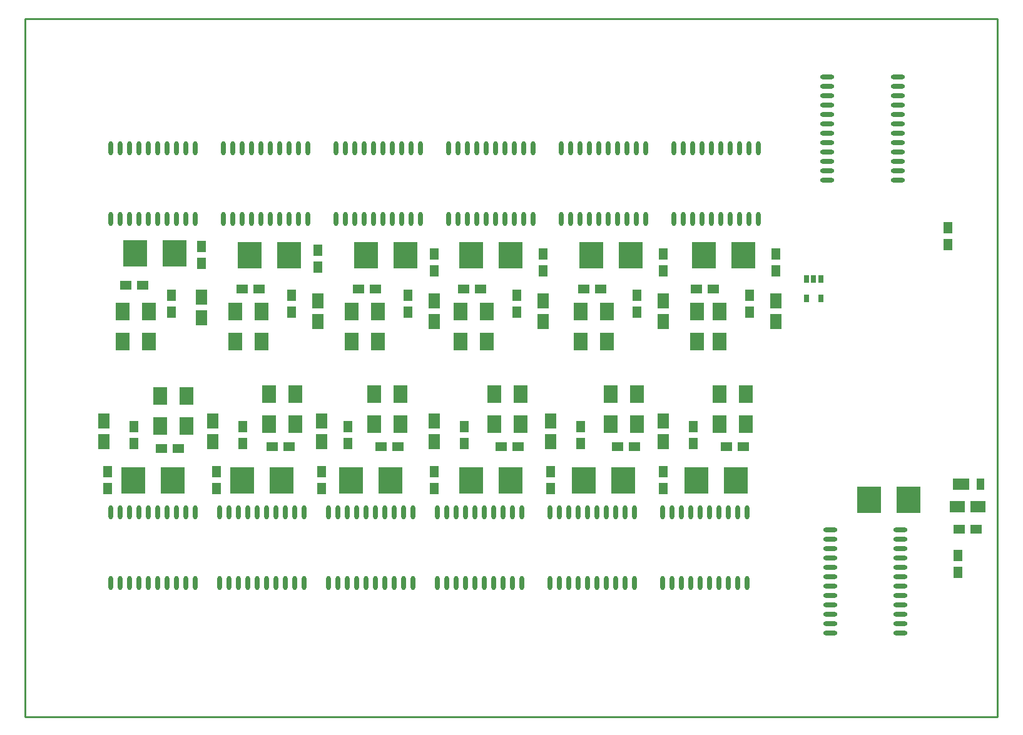
<source format=gtp>
*
*
G04 PADS VX.1.1 Build Number: 678707 generated Gerber (RS-274-X) file*
G04 PC Version=2.1*
*
%IN "VM2000.pcb"*%
*
%MOIN*%
*
%FSLAX35Y35*%
*
*
*
*
G04 PC Standard Apertures*
*
*
G04 Thermal Relief Aperture macro.*
%AMTER*
1,1,$1,0,0*
1,0,$1-$2,0,0*
21,0,$3,$4,0,0,45*
21,0,$3,$4,0,0,135*
%
*
*
G04 Annular Aperture macro.*
%AMANN*
1,1,$1,0,0*
1,0,$2,0,0*
%
*
*
G04 Odd Aperture macro.*
%AMODD*
1,1,$1,0,0*
1,0,$1-0.005,0,0*
%
*
*
G04 PC Custom Aperture Macros*
*
*
*
*
*
*
G04 PC Aperture Table*
*
%ADD011C,0.01*%
%ADD090C,0.001*%
%ADD116R,0.05X0.06*%
%ADD117R,0.06X0.05*%
%ADD130R,0.06X0.08*%
%ADD156R,0.13X0.14*%
%ADD157R,0.08X0.06*%
%ADD158R,0.091X0.06*%
%ADD159R,0.04X0.06*%
%ADD160R,0.027X0.04*%
%ADD161O,0.024X0.074*%
%ADD162R,0.072X0.096*%
%ADD163O,0.074X0.024*%
*
*
*
*
G04 PC Circuitry*
G04 Layer Name VM2000.pcb - circuitry*
%LPD*%
*
*
G04 PC Custom Flashes*
G04 Layer Name VM2000.pcb - flashes*
%LPD*%
*
*
G04 PC Circuitry*
G04 Layer Name VM2000.pcb - circuitry*
%LPD*%
*
G54D11*
G01X100000Y100000D02*
Y472000D01*
X618000*
Y100000*
X100000*
G54D90*
G54D116*
X178000Y315500D03*
Y324500D03*
X426000Y315500D03*
Y324500D03*
X362000Y315500D03*
Y324500D03*
X304000Y315500D03*
Y324500D03*
X242000Y315500D03*
Y324500D03*
X500000Y337500D03*
Y346500D03*
X591500Y360500D03*
Y351500D03*
X318000Y230500D03*
Y221500D03*
X486000Y315500D03*
Y324500D03*
X158000Y254500D03*
Y245500D03*
X216000Y254500D03*
Y245500D03*
X396000Y254500D03*
Y245500D03*
X456000Y254500D03*
Y245500D03*
X272000Y254500D03*
Y245500D03*
X334000Y254500D03*
Y245500D03*
X440000Y337500D03*
Y346500D03*
X376000Y337500D03*
Y346500D03*
X318000Y337500D03*
Y346500D03*
X194000Y341500D03*
Y350500D03*
X256000Y339500D03*
Y348500D03*
X440000Y230500D03*
Y221500D03*
X380000Y230500D03*
Y221500D03*
X258000Y230500D03*
Y221500D03*
X202000Y230500D03*
Y221500D03*
X144000Y230500D03*
Y221500D03*
X597000Y186000D03*
Y177000D03*
G54D117*
X162500Y330000D03*
X153500D03*
X224500Y328000D03*
X215500D03*
X353500Y244000D03*
X362500D03*
X342500Y328000D03*
X333500D03*
X172500Y243000D03*
X181500D03*
X231500Y244000D03*
X240500D03*
X289500D03*
X298500D03*
X415500D03*
X424500D03*
X473500D03*
X482500D03*
X466500Y328000D03*
X457500D03*
X406500D03*
X397500D03*
X286500D03*
X277500D03*
X606500Y200000D03*
X597500D03*
G54D130*
X258000Y246400D03*
Y257600D03*
X380000Y246400D03*
Y257600D03*
X440000Y246400D03*
Y257600D03*
X500000Y321600D03*
Y310400D03*
X376000Y321600D03*
Y310400D03*
X440000Y321600D03*
Y310400D03*
X318000Y321600D03*
Y310400D03*
X194000Y323600D03*
Y312400D03*
X256000Y321600D03*
Y310400D03*
X318000Y246400D03*
Y257600D03*
X200000Y246400D03*
Y257600D03*
X142000Y246400D03*
Y257600D03*
G54D156*
X570657Y215658D03*
X549657D03*
X158500Y347000D03*
X179500D03*
X281500Y346000D03*
X302500D03*
X461500D03*
X482500D03*
X337500D03*
X358500D03*
X178500Y226000D03*
X157500D03*
X236500D03*
X215500D03*
X294500D03*
X273500D03*
X478500D03*
X457500D03*
X219500Y346000D03*
X240500D03*
X418500Y226000D03*
X397500D03*
X358500D03*
X337500D03*
X401500Y346000D03*
X422500D03*
G54D157*
X596400Y212000D03*
X607600D03*
G54D158*
X598600Y224000D03*
G54D159*
X608700D03*
G54D160*
X523750Y333100D03*
X520000D03*
X516250D03*
Y322900D03*
X523750D03*
G54D161*
X319500Y171200D03*
X324500D03*
X329500D03*
X334500D03*
X339500D03*
X344500D03*
X349500D03*
X354500D03*
X359500D03*
X364500D03*
Y208800D03*
X359500D03*
X354500D03*
X349500D03*
X344500D03*
X339500D03*
X334500D03*
X329500D03*
X324500D03*
X319500D03*
X370500Y402800D03*
X365500D03*
X360500D03*
X355500D03*
X350500D03*
X345500D03*
X340500D03*
X335500D03*
X330500D03*
X325500D03*
Y365200D03*
X330500D03*
X335500D03*
X340500D03*
X345500D03*
X350500D03*
X355500D03*
X360500D03*
X365500D03*
X370500D03*
X490500Y402800D03*
X485500D03*
X480500D03*
X475500D03*
X470500D03*
X465500D03*
X460500D03*
X455500D03*
X450500D03*
X445500D03*
Y365200D03*
X450500D03*
X455500D03*
X460500D03*
X465500D03*
X470500D03*
X475500D03*
X480500D03*
X485500D03*
X490500D03*
X430500Y402800D03*
X425500D03*
X420500D03*
X415500D03*
X410500D03*
X405500D03*
X400500D03*
X395500D03*
X390500D03*
X385500D03*
Y365200D03*
X390500D03*
X395500D03*
X400500D03*
X405500D03*
X410500D03*
X415500D03*
X420500D03*
X425500D03*
X430500D03*
X261500Y171200D03*
X266500D03*
X271500D03*
X276500D03*
X281500D03*
X286500D03*
X291500D03*
X296500D03*
X301500D03*
X306500D03*
Y208800D03*
X301500D03*
X296500D03*
X291500D03*
X286500D03*
X281500D03*
X276500D03*
X271500D03*
X266500D03*
X261500D03*
X439500Y171200D03*
X444500D03*
X449500D03*
X454500D03*
X459500D03*
X464500D03*
X469500D03*
X474500D03*
X479500D03*
X484500D03*
Y208800D03*
X479500D03*
X474500D03*
X469500D03*
X464500D03*
X459500D03*
X454500D03*
X449500D03*
X444500D03*
X439500D03*
X145500Y171200D03*
X150500D03*
X155500D03*
X160500D03*
X165500D03*
X170500D03*
X175500D03*
X180500D03*
X185500D03*
X190500D03*
Y208800D03*
X185500D03*
X180500D03*
X175500D03*
X170500D03*
X165500D03*
X160500D03*
X155500D03*
X150500D03*
X145500D03*
X203500Y171200D03*
X208500D03*
X213500D03*
X218500D03*
X223500D03*
X228500D03*
X233500D03*
X238500D03*
X243500D03*
X248500D03*
Y208800D03*
X243500D03*
X238500D03*
X233500D03*
X228500D03*
X223500D03*
X218500D03*
X213500D03*
X208500D03*
X203500D03*
X379500Y171200D03*
X384500D03*
X389500D03*
X394500D03*
X399500D03*
X404500D03*
X409500D03*
X414500D03*
X419500D03*
X424500D03*
Y208800D03*
X419500D03*
X414500D03*
X409500D03*
X404500D03*
X399500D03*
X394500D03*
X389500D03*
X384500D03*
X379500D03*
X310500Y402800D03*
X305500D03*
X300500D03*
X295500D03*
X290500D03*
X285500D03*
X280500D03*
X275500D03*
X270500D03*
X265500D03*
Y365200D03*
X270500D03*
X275500D03*
X280500D03*
X285500D03*
X290500D03*
X295500D03*
X300500D03*
X305500D03*
X310500D03*
X250500Y402800D03*
X245500D03*
X240500D03*
X235500D03*
X230500D03*
X225500D03*
X220500D03*
X215500D03*
X210500D03*
X205500D03*
Y365200D03*
X210500D03*
X215500D03*
X220500D03*
X225500D03*
X230500D03*
X235500D03*
X240500D03*
X245500D03*
X250500D03*
X190500Y402800D03*
X185500D03*
X180500D03*
X175500D03*
X170500D03*
X165500D03*
X160500D03*
X155500D03*
X150500D03*
X145500D03*
Y365200D03*
X150500D03*
X155500D03*
X160500D03*
X165500D03*
X170500D03*
X175500D03*
X180500D03*
X185500D03*
X190500D03*
G54D162*
X470000Y316000D03*
Y300000D03*
X410000Y316000D03*
Y300000D03*
X226000Y316000D03*
Y300000D03*
X346000Y316000D03*
Y300000D03*
X288000Y316000D03*
Y300000D03*
X274000D03*
Y316000D03*
X166000D03*
Y300000D03*
X152000D03*
Y316000D03*
X300000Y272000D03*
Y256000D03*
X244000Y272000D03*
Y256000D03*
X364000Y272000D03*
Y256000D03*
X230000D03*
Y272000D03*
X286000Y256000D03*
Y272000D03*
X470000Y256000D03*
Y272000D03*
X412000Y256000D03*
Y272000D03*
X350000Y256000D03*
Y272000D03*
X172000Y255000D03*
Y271000D03*
X484000Y272000D03*
Y256000D03*
X332000Y300000D03*
Y316000D03*
X458000Y300000D03*
Y316000D03*
X396000Y300000D03*
Y316000D03*
X212000Y300000D03*
Y316000D03*
X426000Y272000D03*
Y256000D03*
X186000Y271000D03*
Y255000D03*
G54D163*
X527200Y441000D03*
Y436000D03*
Y431000D03*
Y426000D03*
Y421000D03*
Y416000D03*
Y411000D03*
Y406000D03*
Y401000D03*
Y396000D03*
Y391000D03*
Y386000D03*
X564800D03*
Y391000D03*
Y396000D03*
Y401000D03*
Y406000D03*
Y411000D03*
Y416000D03*
Y421000D03*
Y426000D03*
Y431000D03*
Y436000D03*
Y441000D03*
X528700Y199500D03*
Y194500D03*
Y189500D03*
Y184500D03*
Y179500D03*
Y174500D03*
Y169500D03*
Y164500D03*
Y159500D03*
Y154500D03*
Y149500D03*
Y144500D03*
X566300D03*
Y149500D03*
Y154500D03*
Y159500D03*
Y164500D03*
Y169500D03*
Y174500D03*
Y179500D03*
Y184500D03*
Y189500D03*
Y194500D03*
Y199500D03*
X0Y0D02*
M02*

</source>
